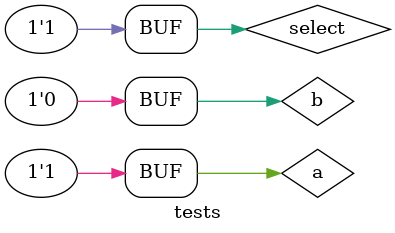
<source format=v>
module mux (output s, input a, b, select);
  assign s = (a & ~select) + (b & select);
endmodule

module tests;
  reg a, b, select;
  wire s;

  mux m (s, a, b, select);

  initial begin: main

    $monitor("a = %b  |  b = %b  |  select = %b  |  s = %b", a, b, select, s);
    a = 1; b = 0; select = 0;
    #2;

    a = 1; b = 0; select = 1;
    #2;
    // $display("a = %b  |  b = %b  |  select = %b  |  s = %b", a, b, select, s);

  end
endmodule

</source>
